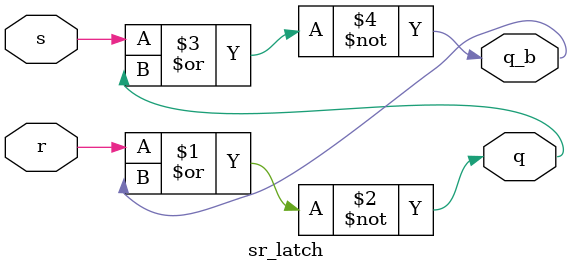
<source format=sv>
module sr_latch(
    input logic s,
    input logic r,
    output logic q,
    output logic q_b
);
    assign q = ~(r | q_b);
    assign q_b = ~(s | q);
endmodule: sr_latch
</source>
